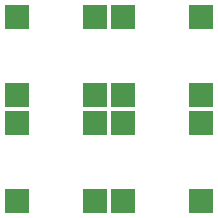
<source format=gtp>
G04 Layer: TopPasteMaskLayer*
G04 EasyEDA v6.5.38, 2023-11-24 15:02:17*
G04 fd976b0eda274a6ca9a56c4ffa30f9f7,9a5be75d700b4a6385dc1106f27949ae,10*
G04 Gerber Generator version 0.2*
G04 Scale: 100 percent, Rotated: No, Reflected: No *
G04 Dimensions in millimeters *
G04 leading zeros omitted , absolute positions ,4 integer and 5 decimal *
%FSLAX45Y45*%
%MOMM*%

%ADD10R,2.0000X2.0000*%

%LPD*%
D10*
G01*
X220012Y-880010D03*
G01*
X880005Y-880010D03*
G01*
X880005Y-219991D03*
G01*
X220012Y-219991D03*
G01*
X1779983Y-219986D03*
G01*
X1119990Y-219986D03*
G01*
X1119990Y-880005D03*
G01*
X1779983Y-880005D03*
G01*
X1120010Y-1780009D03*
G01*
X1780004Y-1780009D03*
G01*
X1780004Y-1119990D03*
G01*
X1120010Y-1119990D03*
G01*
X220012Y-1780009D03*
G01*
X880005Y-1780009D03*
G01*
X880005Y-1119990D03*
G01*
X220012Y-1119990D03*
M02*

</source>
